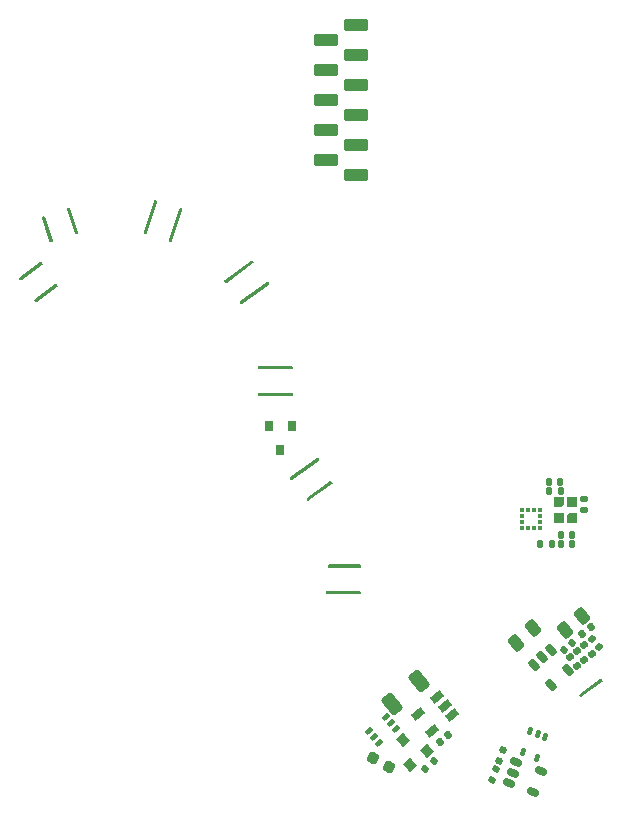
<source format=gbr>
G04 #@! TF.GenerationSoftware,KiCad,Pcbnew,(6.0.1)*
G04 #@! TF.CreationDate,2022-05-29T23:08:32-04:00*
G04 #@! TF.ProjectId,Main-rounded,4d61696e-2d72-46f7-956e-6465642e6b69,10*
G04 #@! TF.SameCoordinates,Original*
G04 #@! TF.FileFunction,Paste,Top*
G04 #@! TF.FilePolarity,Positive*
%FSLAX46Y46*%
G04 Gerber Fmt 4.6, Leading zero omitted, Abs format (unit mm)*
G04 Created by KiCad (PCBNEW (6.0.1)) date 2022-05-29 23:08:32*
%MOMM*%
%LPD*%
G01*
G04 APERTURE LIST*
G04 Aperture macros list*
%AMRoundRect*
0 Rectangle with rounded corners*
0 $1 Rounding radius*
0 $2 $3 $4 $5 $6 $7 $8 $9 X,Y pos of 4 corners*
0 Add a 4 corners polygon primitive as box body*
4,1,4,$2,$3,$4,$5,$6,$7,$8,$9,$2,$3,0*
0 Add four circle primitives for the rounded corners*
1,1,$1+$1,$2,$3*
1,1,$1+$1,$4,$5*
1,1,$1+$1,$6,$7*
1,1,$1+$1,$8,$9*
0 Add four rect primitives between the rounded corners*
20,1,$1+$1,$2,$3,$4,$5,0*
20,1,$1+$1,$4,$5,$6,$7,0*
20,1,$1+$1,$6,$7,$8,$9,0*
20,1,$1+$1,$8,$9,$2,$3,0*%
%AMRotRect*
0 Rectangle, with rotation*
0 The origin of the aperture is its center*
0 $1 length*
0 $2 width*
0 $3 Rotation angle, in degrees counterclockwise*
0 Add horizontal line*
21,1,$1,$2,0,0,$3*%
%AMFreePoly0*
4,1,14,0.285355,0.385355,0.435355,0.235355,0.450000,0.200000,0.450000,-0.350000,0.435355,-0.385355,0.400000,-0.400000,-0.400000,-0.400000,-0.435355,-0.385355,-0.450000,-0.350000,-0.450000,0.350000,-0.435355,0.385355,-0.400000,0.400000,0.250000,0.400000,0.285355,0.385355,0.285355,0.385355,$1*%
%AMFreePoly1*
4,1,14,0.435355,0.385355,0.450000,0.350000,0.450000,-0.350000,0.435355,-0.385355,0.400000,-0.400000,-0.250000,-0.400000,-0.285355,-0.385355,-0.435355,-0.235355,-0.450000,-0.200000,-0.450000,0.350000,-0.435355,0.385355,-0.400000,0.400000,0.400000,0.400000,0.435355,0.385355,0.435355,0.385355,$1*%
G04 Aperture macros list end*
%ADD10RotRect,0.650000X0.400000X250.000000*%
%ADD11RotRect,1.060000X0.650000X220.000000*%
%ADD12R,0.800000X0.900000*%
%ADD13RoundRect,0.162500X-0.400915X-0.027008X0.289759X-0.278392X0.400915X0.027008X-0.289759X0.278392X0*%
%ADD14RoundRect,0.135000X0.127670X-0.190132X0.220016X0.063585X-0.127670X0.190132X-0.220016X-0.063585X0*%
%ADD15RoundRect,0.147500X0.147500X0.172500X-0.147500X0.172500X-0.147500X-0.172500X0.147500X-0.172500X0*%
%ADD16RoundRect,0.243750X0.106549X-0.506187X0.479995X-0.192828X-0.106549X0.506187X-0.479995X0.192828X0*%
%ADD17RoundRect,0.147500X-0.147500X-0.172500X0.147500X-0.172500X0.147500X0.172500X-0.147500X0.172500X0*%
%ADD18RoundRect,0.140000X0.140000X0.170000X-0.140000X0.170000X-0.140000X-0.170000X0.140000X-0.170000X0*%
%ADD19RoundRect,0.147500X-0.172500X0.147500X-0.172500X-0.147500X0.172500X-0.147500X0.172500X0.147500X0*%
%ADD20RoundRect,0.140000X-0.002028X0.220218X-0.216520X0.040237X0.002028X-0.220218X0.216520X-0.040237X0*%
%ADD21RoundRect,0.147500X0.226954X-0.002111X0.037331X0.223872X-0.226954X0.002111X-0.037331X-0.223872X0*%
%ADD22RoundRect,0.147500X-0.226954X0.002111X-0.037331X-0.223872X0.226954X-0.002111X0.037331X0.223872X0*%
%ADD23RoundRect,0.162500X-0.360707X0.177068X0.111742X-0.385974X0.360707X-0.177068X-0.111742X0.385974X0*%
%ADD24RoundRect,0.147500X-0.002111X-0.226954X0.223872X-0.037331X0.002111X0.226954X-0.223872X0.037331X0*%
%ADD25RoundRect,0.225000X-0.319856X-0.104006X0.069856X-0.329006X0.319856X0.104006X-0.069856X0.329006X0*%
%ADD26RotRect,0.650000X0.400000X220.000000*%
%ADD27RoundRect,0.147500X0.002111X0.226954X-0.223872X0.037331X-0.002111X-0.226954X0.223872X-0.037331X0*%
%ADD28RoundRect,0.140000X-0.220218X-0.002028X-0.040237X-0.216520X0.220218X0.002028X0.040237X0.216520X0*%
%ADD29FreePoly0,90.000000*%
%ADD30RoundRect,0.060000X0.340000X-0.390000X0.340000X0.390000X-0.340000X0.390000X-0.340000X-0.390000X0*%
%ADD31FreePoly1,90.000000*%
%ADD32R,0.375000X0.350000*%
%ADD33R,0.350000X0.375000*%
%ADD34RotRect,0.900000X0.800000X130.000000*%
%ADD35RoundRect,0.250000X0.168848X-0.706835X0.666776X-0.289023X-0.168848X0.706835X-0.666776X0.289023X0*%
%ADD36RoundRect,0.275000X0.775000X-0.275000X0.775000X0.275000X-0.775000X0.275000X-0.775000X-0.275000X0*%
%ADD37RoundRect,0.140000X-0.111865X0.189700X-0.207631X-0.073414X0.111865X-0.189700X0.207631X0.073414X0*%
G04 APERTURE END LIST*
D10*
X255425719Y-133079605D03*
X254814919Y-132857292D03*
X254204119Y-132634979D03*
X253554281Y-134420395D03*
X254775881Y-134865021D03*
D11*
X247554980Y-131219391D03*
X246944332Y-130491649D03*
X246333684Y-129763906D03*
X244648386Y-131178039D03*
X245869682Y-132633524D03*
D12*
X233990000Y-106800000D03*
X232090000Y-106800000D03*
X233040000Y-108800000D03*
D13*
X253011257Y-135261070D03*
X252686338Y-136153778D03*
X252361419Y-137046486D03*
X254428743Y-137798930D03*
X255078581Y-136013514D03*
D14*
X250961998Y-136753997D03*
X251310858Y-135795511D03*
D15*
X256735000Y-111500000D03*
X255765000Y-111500000D03*
D16*
X257098490Y-124038022D03*
X258534824Y-122832796D03*
D17*
X255785000Y-112310000D03*
X256755000Y-112310000D03*
D18*
X257720000Y-116760000D03*
X256760000Y-116760000D03*
D19*
X258710000Y-112935000D03*
X258710000Y-113905000D03*
D17*
X255045000Y-116750000D03*
X256015000Y-116750000D03*
D20*
X257750813Y-125161579D03*
X257015411Y-125778655D03*
D21*
X259384495Y-126081748D03*
X258760991Y-125338684D03*
D22*
X258140497Y-125859341D03*
X258764001Y-126602405D03*
D23*
X255951392Y-125770743D03*
X255223650Y-126381391D03*
X254495907Y-126992039D03*
X255910040Y-128677337D03*
X257365525Y-127456041D03*
D18*
X257730000Y-115990000D03*
X256770000Y-115990000D03*
D16*
X253011833Y-125122613D03*
X254448167Y-123917387D03*
D24*
X246518468Y-133541752D03*
X247261532Y-132918248D03*
D25*
X240878830Y-134912500D03*
X242221170Y-135687500D03*
D26*
X242825554Y-132417281D03*
X242407742Y-131919352D03*
X241989930Y-131421423D03*
X240534446Y-132642719D03*
X240952258Y-133140648D03*
X241370070Y-133638577D03*
D20*
X246047701Y-135181462D03*
X245312299Y-135798538D03*
D27*
X259324771Y-123762548D03*
X258581707Y-124386052D03*
D28*
X259393595Y-124801341D03*
X260010671Y-125536743D03*
D29*
X257690000Y-114600000D03*
D30*
X257690000Y-113200000D03*
D31*
X256590000Y-113200000D03*
D30*
X256590000Y-114600000D03*
D32*
X253507500Y-113890000D03*
X253507500Y-114390000D03*
X253507500Y-114890000D03*
X253507500Y-115390000D03*
D33*
X254020000Y-115402500D03*
X254520000Y-115402500D03*
D32*
X255032500Y-115390000D03*
X255032500Y-114890000D03*
X255032500Y-114390000D03*
X255032500Y-113890000D03*
D33*
X254520000Y-113877500D03*
X254020000Y-113877500D03*
D22*
X257520000Y-126380000D03*
X258143504Y-127123064D03*
D34*
X243965045Y-135516693D03*
X245420530Y-134295396D03*
X243407212Y-133373956D03*
D35*
X242510084Y-130308112D03*
X244769916Y-128411888D03*
D36*
X239417500Y-85570000D03*
X236877500Y-84300000D03*
X239417500Y-83030000D03*
X236877500Y-81760000D03*
X239417500Y-80490000D03*
X236877500Y-79220000D03*
X239417500Y-77950000D03*
X236877500Y-76680000D03*
X239417500Y-75410000D03*
X236877500Y-74140000D03*
X239417500Y-72870000D03*
D37*
X251900380Y-134215115D03*
X251572040Y-135117219D03*
G36*
X239802122Y-120769998D02*
G01*
X239848615Y-120823654D01*
X239860001Y-120875999D01*
X239860000Y-120923999D01*
X239839997Y-120992119D01*
X239786340Y-121038611D01*
X239734000Y-121049996D01*
X236986000Y-121050000D01*
X236917879Y-121029998D01*
X236871386Y-120976342D01*
X236860000Y-120924000D01*
X236860000Y-120875999D01*
X236880002Y-120807878D01*
X236933658Y-120761385D01*
X236986000Y-120749999D01*
X239734001Y-120749996D01*
X239802122Y-120769998D01*
G37*
G36*
X231996391Y-94593506D02*
G01*
X232036370Y-94629160D01*
X232064584Y-94667994D01*
X232088442Y-94734862D01*
X232072360Y-94804013D01*
X232036708Y-94843990D01*
X229813530Y-96459226D01*
X229746662Y-96483085D01*
X229677511Y-96467004D01*
X229637532Y-96431350D01*
X229609319Y-96392517D01*
X229585461Y-96325648D01*
X229601543Y-96256497D01*
X229637195Y-96216521D01*
X231860372Y-94601284D01*
X231927240Y-94577426D01*
X231996391Y-94593506D01*
G37*
G36*
X260233040Y-128198195D02*
G01*
X260273018Y-128233848D01*
X260301231Y-128272680D01*
X260325090Y-128339548D01*
X260309009Y-128408700D01*
X260273356Y-128448677D01*
X258577125Y-129681068D01*
X258510258Y-129704926D01*
X258441106Y-129688846D01*
X258401128Y-129653193D01*
X258372914Y-129614360D01*
X258349056Y-129547493D01*
X258365136Y-129478341D01*
X258400789Y-129438363D01*
X260097021Y-128205973D01*
X260163889Y-128182115D01*
X260233040Y-128198195D01*
G37*
G36*
X230673875Y-92773219D02*
G01*
X230713853Y-92808872D01*
X230742067Y-92847705D01*
X230765925Y-92914572D01*
X230749845Y-92983724D01*
X230714192Y-93023702D01*
X228491014Y-94638939D01*
X228424146Y-94662797D01*
X228354995Y-94646717D01*
X228315015Y-94611061D01*
X228286802Y-94572227D01*
X228262945Y-94505359D01*
X228279028Y-94436208D01*
X228314679Y-94396233D01*
X230537856Y-92780997D01*
X230604724Y-92757139D01*
X230673875Y-92773219D01*
G37*
G36*
X239802122Y-118519999D02*
G01*
X239848615Y-118573655D01*
X239860001Y-118626000D01*
X239860000Y-118674000D01*
X239839997Y-118742120D01*
X239786340Y-118788612D01*
X239734000Y-118799997D01*
X237186000Y-118800001D01*
X237117879Y-118779999D01*
X237071386Y-118726343D01*
X237060000Y-118674001D01*
X237060000Y-118626000D01*
X237080002Y-118557879D01*
X237133658Y-118511386D01*
X237186000Y-118500000D01*
X239734001Y-118499997D01*
X239802122Y-118519999D01*
G37*
G36*
X237355828Y-111452084D02*
G01*
X237395806Y-111487736D01*
X237424021Y-111526570D01*
X237447879Y-111593438D01*
X237431799Y-111662590D01*
X237396146Y-111702568D01*
X235485661Y-113090621D01*
X235418793Y-113114479D01*
X235349642Y-113098399D01*
X235309663Y-113062745D01*
X235281450Y-113023912D01*
X235257592Y-112957043D01*
X235273674Y-112887892D01*
X235309326Y-112847916D01*
X237219809Y-111459862D01*
X237286677Y-111436004D01*
X237355828Y-111452084D01*
G37*
G36*
X212812874Y-92919950D02*
G01*
X212852853Y-92955604D01*
X212881066Y-92994437D01*
X212904924Y-93061306D01*
X212888842Y-93130457D01*
X212853190Y-93170433D01*
X211122646Y-94427753D01*
X211055778Y-94451611D01*
X210986627Y-94435531D01*
X210946649Y-94399878D01*
X210918435Y-94361045D01*
X210894577Y-94294178D01*
X210910657Y-94225026D01*
X210946310Y-94185048D01*
X212676855Y-92927728D01*
X212743723Y-92903870D01*
X212812874Y-92919950D01*
G37*
G36*
X236238616Y-109482637D02*
G01*
X236278594Y-109518290D01*
X236306808Y-109557123D01*
X236330666Y-109623990D01*
X236314586Y-109693142D01*
X236278933Y-109733120D01*
X234055755Y-111348357D01*
X233988887Y-111372215D01*
X233919736Y-111356135D01*
X233879756Y-111320479D01*
X233851543Y-111281645D01*
X233827686Y-111214777D01*
X233843769Y-111145626D01*
X233879420Y-111105651D01*
X236102597Y-109490415D01*
X236169465Y-109466557D01*
X236238616Y-109482637D01*
G37*
G36*
X222477990Y-87650165D02*
G01*
X222523639Y-87664998D01*
X222582244Y-87705073D01*
X222609880Y-87770470D01*
X222604534Y-87823767D01*
X221755359Y-90437272D01*
X221715286Y-90495878D01*
X221649889Y-90523515D01*
X221596590Y-90518169D01*
X221550939Y-90503336D01*
X221492333Y-90463262D01*
X221464696Y-90397866D01*
X221470042Y-90344567D01*
X222319219Y-87731062D01*
X222359292Y-87672456D01*
X222424689Y-87644819D01*
X222477990Y-87650165D01*
G37*
G36*
X224617863Y-88345452D02*
G01*
X224663514Y-88360285D01*
X224722120Y-88400359D01*
X224749757Y-88465755D01*
X224744411Y-88519054D01*
X223895234Y-91132560D01*
X223855161Y-91191166D01*
X223789764Y-91218803D01*
X223736464Y-91213457D01*
X223690814Y-91198624D01*
X223632208Y-91158550D01*
X223604572Y-91093153D01*
X223609918Y-91039855D01*
X224459094Y-88426349D01*
X224499167Y-88367743D01*
X224564564Y-88340106D01*
X224617863Y-88345452D01*
G37*
G36*
X234042122Y-101719999D02*
G01*
X234088615Y-101773655D01*
X234100001Y-101826000D01*
X234100000Y-101874000D01*
X234079997Y-101942120D01*
X234026340Y-101988612D01*
X233974000Y-101999997D01*
X231226000Y-102000001D01*
X231157879Y-101979999D01*
X231111386Y-101926343D01*
X231100000Y-101874001D01*
X231100000Y-101826000D01*
X231120002Y-101757879D01*
X231173658Y-101711386D01*
X231226000Y-101700000D01*
X233974001Y-101699997D01*
X234042122Y-101719999D01*
G37*
G36*
X234042122Y-103969998D02*
G01*
X234088615Y-104023654D01*
X234100001Y-104075999D01*
X234100000Y-104123999D01*
X234079997Y-104192119D01*
X234026340Y-104238611D01*
X233974000Y-104249996D01*
X231226000Y-104250000D01*
X231157879Y-104229998D01*
X231111386Y-104176342D01*
X231100000Y-104124000D01*
X231100000Y-104075999D01*
X231120002Y-104007878D01*
X231173658Y-103961385D01*
X231226000Y-103949999D01*
X233974001Y-103949996D01*
X234042122Y-103969998D01*
G37*
G36*
X214089583Y-94773517D02*
G01*
X214129561Y-94809169D01*
X214157776Y-94848003D01*
X214181634Y-94914871D01*
X214165554Y-94984023D01*
X214129901Y-95024001D01*
X212442086Y-96250275D01*
X212375218Y-96274133D01*
X212306067Y-96258053D01*
X212266088Y-96222399D01*
X212237875Y-96183566D01*
X212214017Y-96116697D01*
X212230099Y-96047546D01*
X212265751Y-96007570D01*
X213953564Y-94781295D01*
X214020431Y-94757437D01*
X214089583Y-94773517D01*
G37*
G36*
X213088027Y-89051115D02*
G01*
X213115031Y-89097378D01*
X213748570Y-91047192D01*
X213750598Y-91118159D01*
X213713935Y-91178957D01*
X213667673Y-91205961D01*
X213622021Y-91220794D01*
X213551053Y-91222821D01*
X213490255Y-91186159D01*
X213463252Y-91139897D01*
X212829715Y-89190083D01*
X212827687Y-89119116D01*
X212864350Y-89058318D01*
X212910611Y-89031314D01*
X212956261Y-89016481D01*
X213027229Y-89014453D01*
X213088027Y-89051115D01*
G37*
G36*
X215227903Y-88355827D02*
G01*
X215254907Y-88402089D01*
X215893319Y-90366903D01*
X215895347Y-90437870D01*
X215858684Y-90498668D01*
X215812421Y-90525673D01*
X215766771Y-90540505D01*
X215695803Y-90542531D01*
X215635006Y-90505868D01*
X215608003Y-90459608D01*
X214969590Y-88494795D01*
X214967562Y-88423827D01*
X215004225Y-88363029D01*
X215050487Y-88336025D01*
X215096138Y-88321192D01*
X215167105Y-88319164D01*
X215227903Y-88355827D01*
G37*
M02*

</source>
